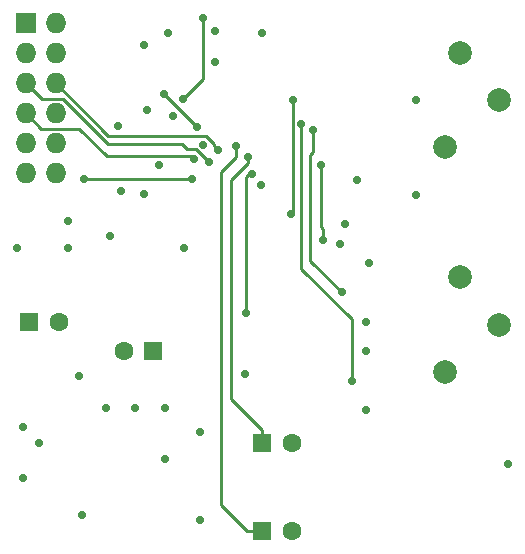
<source format=gbl>
G04 #@! TF.FileFunction,Copper,L4,Bot,Signal*
%FSLAX46Y46*%
G04 Gerber Fmt 4.6, Leading zero omitted, Abs format (unit mm)*
G04 Created by KiCad (PCBNEW 4.0.6-e0-6349~53~ubuntu14.04.1) date Sun Oct 15 19:31:36 2017*
%MOMM*%
%LPD*%
G01*
G04 APERTURE LIST*
%ADD10C,0.100000*%
%ADD11C,2.000000*%
%ADD12R,1.727200X1.727200*%
%ADD13O,1.727200X1.727200*%
%ADD14R,1.600000X1.600000*%
%ADD15C,1.600000*%
%ADD16C,0.720000*%
%ADD17C,0.240000*%
G04 APERTURE END LIST*
D10*
D11*
X183000000Y-128500000D03*
X178500000Y-132500000D03*
X179750000Y-124500000D03*
X183000000Y-109500000D03*
X178500000Y-113500000D03*
X179750000Y-105500000D03*
D12*
X143000000Y-103000000D03*
D13*
X145540000Y-103000000D03*
X143000000Y-105540000D03*
X145540000Y-105540000D03*
X143000000Y-108080000D03*
X145540000Y-108080000D03*
X143000000Y-110620000D03*
X145540000Y-110620000D03*
X143000000Y-113160000D03*
X145540000Y-113160000D03*
X143000000Y-115700000D03*
X145540000Y-115700000D03*
D14*
X143250000Y-128250000D03*
D15*
X145750000Y-128250000D03*
D14*
X153750000Y-130750000D03*
D15*
X151250000Y-130750000D03*
D14*
X163000000Y-138500000D03*
D15*
X165500000Y-138500000D03*
D14*
X163000000Y-146000000D03*
D15*
X165500000Y-146000000D03*
D16*
X142750000Y-141450000D03*
X147450000Y-132850000D03*
X146500000Y-122000000D03*
X146500000Y-119750000D03*
X150100000Y-121000000D03*
X153000000Y-117400000D03*
X159000000Y-103600000D03*
X155400000Y-110800000D03*
X161500000Y-132650000D03*
X157750000Y-145050000D03*
X157750000Y-137550000D03*
X183800000Y-140300000D03*
X171750000Y-135750000D03*
X171750000Y-130750000D03*
X171750000Y-128250000D03*
X153000000Y-104800000D03*
X144050000Y-138550000D03*
X142750000Y-137150000D03*
X147750000Y-144650000D03*
X154750000Y-139850000D03*
X149750000Y-135550000D03*
X142200000Y-122000000D03*
X156400000Y-122000000D03*
X176000000Y-109500000D03*
X176000000Y-117500000D03*
X171000000Y-116250000D03*
X172000000Y-123250000D03*
X162900000Y-116700000D03*
X151000000Y-117200000D03*
X155000000Y-103800000D03*
X150800000Y-111700000D03*
X153200000Y-110300000D03*
X159000000Y-106300000D03*
X163000000Y-103800000D03*
X170020002Y-120000000D03*
X154250000Y-115000000D03*
X158000000Y-113250000D03*
X154750000Y-135550000D03*
X152250000Y-135550000D03*
X169600000Y-121700000D03*
X157500000Y-111800000D03*
X154700000Y-109000000D03*
X161750000Y-114300000D03*
X160750000Y-113350000D03*
X170550000Y-133250000D03*
X166250000Y-111500000D03*
X169700000Y-125750000D03*
X167300000Y-112000000D03*
X167940000Y-115000000D03*
X168100000Y-121300000D03*
X165400000Y-119100000D03*
X165600000Y-109500000D03*
X158500000Y-114750000D03*
X159250000Y-113750000D03*
X157200000Y-114500000D03*
X147900000Y-116200000D03*
X157000000Y-116200000D03*
X156300000Y-109400000D03*
X158000000Y-102500000D03*
X162100000Y-115750000D03*
X161600000Y-127500000D03*
D17*
X154700000Y-109000000D02*
X157500000Y-111800000D01*
X163000000Y-138500000D02*
X163000000Y-137460000D01*
X161750000Y-114809116D02*
X161750000Y-114300000D01*
X163000000Y-137460000D02*
X160300000Y-134760000D01*
X160300000Y-134760000D02*
X160300000Y-116259116D01*
X160300000Y-116259116D02*
X161750000Y-114809116D01*
X159500000Y-143800000D02*
X161700000Y-146000000D01*
X161700000Y-146000000D02*
X163000000Y-146000000D01*
X159500000Y-115550000D02*
X159500000Y-143800000D01*
X160750000Y-114300000D02*
X159500000Y-115550000D01*
X160750000Y-113350000D02*
X160750000Y-114300000D01*
X166300000Y-123800000D02*
X170550000Y-128050000D01*
X170550000Y-128050000D02*
X170550000Y-133250000D01*
X166300000Y-112059116D02*
X166300000Y-123800000D01*
X166250000Y-111500000D02*
X166250000Y-112009116D01*
X166250000Y-112009116D02*
X166300000Y-112059116D01*
X169700000Y-125750000D02*
X167050000Y-123100000D01*
X167050000Y-123100000D02*
X167050000Y-114150000D01*
X167050000Y-114150000D02*
X167300000Y-113900000D01*
X167300000Y-113900000D02*
X167300000Y-112000000D01*
X167940000Y-120240000D02*
X168100000Y-120400000D01*
X168100000Y-120400000D02*
X168100000Y-121300000D01*
X167940000Y-115000000D02*
X167940000Y-120240000D01*
X165600000Y-110009116D02*
X165600000Y-118900000D01*
X165600000Y-118900000D02*
X165400000Y-119100000D01*
X165600000Y-109500000D02*
X165600000Y-110009116D01*
X158500000Y-114750000D02*
X157390001Y-113640001D01*
X157390001Y-113640001D02*
X156640001Y-113640001D01*
X156640001Y-113640001D02*
X156200000Y-113200000D01*
X156200000Y-113200000D02*
X149900000Y-113200000D01*
X149900000Y-113200000D02*
X146100000Y-109400000D01*
X146100000Y-109400000D02*
X144320000Y-109400000D01*
X144320000Y-109400000D02*
X143000000Y-108080000D01*
X159250000Y-113750000D02*
X158890001Y-113390001D01*
X158890001Y-113390001D02*
X158890001Y-113192799D01*
X158890001Y-113192799D02*
X158197202Y-112500000D01*
X158197202Y-112500000D02*
X149960000Y-112500000D01*
X149960000Y-112500000D02*
X145540000Y-108080000D01*
X149800000Y-114200000D02*
X156900000Y-114200000D01*
X156900000Y-114200000D02*
X157200000Y-114500000D01*
X149800000Y-114200000D02*
X147500000Y-111900000D01*
X147500000Y-111900000D02*
X144280000Y-111900000D01*
X144280000Y-111900000D02*
X143000000Y-110620000D01*
X150500000Y-116200000D02*
X147900000Y-116200000D01*
X157000000Y-116200000D02*
X150500000Y-116200000D01*
X158000000Y-102500000D02*
X158000000Y-107700000D01*
X158000000Y-107700000D02*
X156300000Y-109400000D01*
X161600000Y-116000000D02*
X161850000Y-115750000D01*
X161850000Y-115750000D02*
X162100000Y-115750000D01*
X161600000Y-126990884D02*
X161600000Y-116000000D01*
X161600000Y-127500000D02*
X161600000Y-126990884D01*
M02*

</source>
